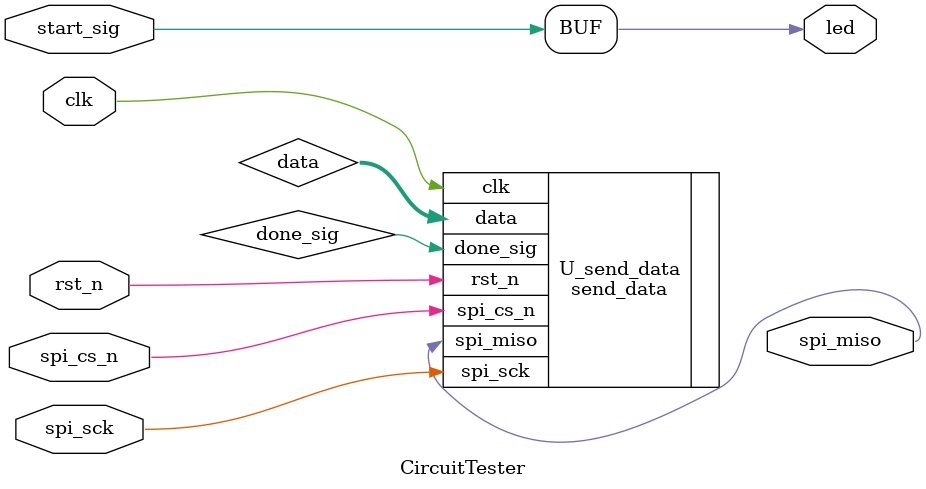
<source format=v>
module CircuitTester(
    input               clk,            //系统时钟
    input               rst_n,          //复位信号
    input               start_sig,      //MCU发送的开始命令，上升沿存储数据
    input               spi_sck,        //spi时钟线  
    input               spi_cs_n,       //数据片选端(低电平有效)  

    output              spi_miso,       //FPGA发送，MCU接收数据
    output              led             //led显示检测开启
);
//————————————————————————
wire done_sig;              //测量结束信号(高电平有效)
wire [20*16-1:0]  data;     //20个16位数据，第一个数据在低16位
//————————————————————————
assign led = start_sig;//led显示检测开启
//————————————————————————
//向MCU发送数据
send_data U_send_data(
   .clk            (clk),                 
   .rst_n          (rst_n),    
   .done_sig       (done_sig),      //测量结束信号，高电平有效
   .spi_sck        (spi_sck),       //spi时钟线   
   .spi_cs_n       (spi_cs_n),      //数据片选端(低电平有效) 
   .data           (data),          //20个16位数据 

   .spi_miso       (spi_miso)       //FPGA发送，MCU接收数据
);  

endmodule

</source>
